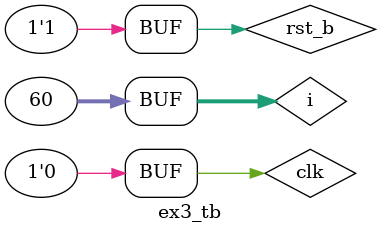
<source format=v>
module my_dff(input clk, input rst_b, input d, output reg q);
  always @(posedge clk, negedge rst_b) begin
    if(!rst_b)q<=1;
    else q<=d;
  end
  
endmodule

module ex3(input clk, input rst_b, output [5:0] q);
  generate
    genvar i;
    for(i=0;i<6;i=i+1) begin : loop
      if(i==0)my_dff ffs(.clk(clk), .rst_b(rst_b), .d(q[5]), .q(q[i]));
      else if(i==2 || i==4 || i==5)my_dff ffs(.clk(clk), .rst_b(rst_b), .d(q[5]^q[i-1]), .q(q[i]));
      else my_dff ffs(.clk(clk), .rst_b(rst_b), .d(q[i-1]), .q(q[i]));
    end
  endgenerate
  
endmodule

module ex3_tb;
  reg clk, rst_b;
  wire [5:0] q;
  
  ex3 dut(
    .clk(clk),
    .rst_b(rst_b),
    .q(q)
  );
  
  initial begin
    clk=0;
    rst_b=0;
  end
  
  integer i;
  initial begin
    for(i=0;i<60;i=i+1) begin
      #50 clk=~clk;
    end
  end
  
  initial begin
    #25 rst_b=1;
  end
  
endmodule
</source>
